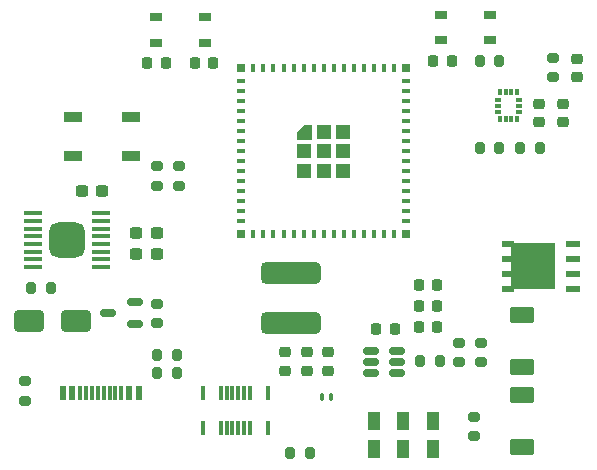
<source format=gbr>
%TF.GenerationSoftware,KiCad,Pcbnew,8.0.6*%
%TF.CreationDate,2024-12-20T17:35:19-08:00*%
%TF.ProjectId,roomba,726f6f6d-6261-42e6-9b69-6361645f7063,rev?*%
%TF.SameCoordinates,Original*%
%TF.FileFunction,Paste,Top*%
%TF.FilePolarity,Positive*%
%FSLAX46Y46*%
G04 Gerber Fmt 4.6, Leading zero omitted, Abs format (unit mm)*
G04 Created by KiCad (PCBNEW 8.0.6) date 2024-12-20 17:35:19*
%MOMM*%
%LPD*%
G01*
G04 APERTURE LIST*
G04 Aperture macros list*
%AMRoundRect*
0 Rectangle with rounded corners*
0 $1 Rounding radius*
0 $2 $3 $4 $5 $6 $7 $8 $9 X,Y pos of 4 corners*
0 Add a 4 corners polygon primitive as box body*
4,1,4,$2,$3,$4,$5,$6,$7,$8,$9,$2,$3,0*
0 Add four circle primitives for the rounded corners*
1,1,$1+$1,$2,$3*
1,1,$1+$1,$4,$5*
1,1,$1+$1,$6,$7*
1,1,$1+$1,$8,$9*
0 Add four rect primitives between the rounded corners*
20,1,$1+$1,$2,$3,$4,$5,0*
20,1,$1+$1,$4,$5,$6,$7,0*
20,1,$1+$1,$6,$7,$8,$9,0*
20,1,$1+$1,$8,$9,$2,$3,0*%
G04 Aperture macros list end*
%ADD10C,0.010000*%
%ADD11RoundRect,0.050000X0.100000X0.250000X-0.100000X0.250000X-0.100000X-0.250000X0.100000X-0.250000X0*%
%ADD12RoundRect,0.200000X0.200000X0.275000X-0.200000X0.275000X-0.200000X-0.275000X0.200000X-0.275000X0*%
%ADD13RoundRect,0.475000X2.075000X-0.475000X2.075000X0.475000X-2.075000X0.475000X-2.075000X-0.475000X0*%
%ADD14R,1.500000X0.450000*%
%ADD15RoundRect,0.750000X-0.750000X-0.750000X0.750000X-0.750000X0.750000X0.750000X-0.750000X0.750000X0*%
%ADD16RoundRect,0.150000X-0.512500X-0.150000X0.512500X-0.150000X0.512500X0.150000X-0.512500X0.150000X0*%
%ADD17R,1.000000X1.600000*%
%ADD18RoundRect,0.200000X-0.275000X0.200000X-0.275000X-0.200000X0.275000X-0.200000X0.275000X0.200000X0*%
%ADD19RoundRect,0.200000X0.275000X-0.200000X0.275000X0.200000X-0.275000X0.200000X-0.275000X-0.200000X0*%
%ADD20RoundRect,0.200000X-0.200000X-0.275000X0.200000X-0.275000X0.200000X0.275000X-0.200000X0.275000X0*%
%ADD21RoundRect,0.150000X0.512500X0.150000X-0.512500X0.150000X-0.512500X-0.150000X0.512500X-0.150000X0*%
%ADD22R,0.300000X1.150000*%
%ADD23R,0.600000X1.150000*%
%ADD24RoundRect,0.250000X-1.000000X-0.650000X1.000000X-0.650000X1.000000X0.650000X-1.000000X0.650000X0*%
%ADD25RoundRect,0.218750X0.256250X-0.218750X0.256250X0.218750X-0.256250X0.218750X-0.256250X-0.218750X0*%
%ADD26RoundRect,0.090000X-0.660000X-0.360000X0.660000X-0.360000X0.660000X0.360000X-0.660000X0.360000X0*%
%ADD27RoundRect,0.225000X-0.225000X-0.250000X0.225000X-0.250000X0.225000X0.250000X-0.225000X0.250000X0*%
%ADD28RoundRect,0.225000X0.250000X-0.225000X0.250000X0.225000X-0.250000X0.225000X-0.250000X-0.225000X0*%
%ADD29RoundRect,0.225000X-0.250000X0.225000X-0.250000X-0.225000X0.250000X-0.225000X0.250000X0.225000X0*%
%ADD30RoundRect,0.237500X-0.300000X-0.237500X0.300000X-0.237500X0.300000X0.237500X-0.300000X0.237500X0*%
%ADD31RoundRect,0.225000X0.225000X0.250000X-0.225000X0.250000X-0.225000X-0.250000X0.225000X-0.250000X0*%
%ADD32R,0.350000X0.610000*%
%ADD33R,0.610000X0.350000*%
%ADD34R,1.050000X0.650000*%
%ADD35R,0.800000X0.800000*%
%ADD36R,1.200000X1.200000*%
%ADD37R,0.400000X0.800000*%
%ADD38R,0.800000X0.400000*%
%ADD39R,1.020000X0.610000*%
%ADD40R,3.810000X3.910000*%
%ADD41R,1.270000X0.610000*%
%ADD42RoundRect,0.250000X0.800000X-0.450000X0.800000X0.450000X-0.800000X0.450000X-0.800000X-0.450000X0*%
%ADD43RoundRect,0.250000X-0.800000X0.450000X-0.800000X-0.450000X0.800000X-0.450000X0.800000X0.450000X0*%
G04 APERTURE END LIST*
D10*
%TO.C,MCU1*%
X150700000Y-98400000D02*
X149500000Y-98400000D01*
X149500000Y-97800000D01*
X150100000Y-97200000D01*
X150700000Y-97200000D01*
X150700000Y-98400000D01*
G36*
X150700000Y-98400000D02*
G01*
X149500000Y-98400000D01*
X149500000Y-97800000D01*
X150100000Y-97200000D01*
X150700000Y-97200000D01*
X150700000Y-98400000D01*
G37*
%TD*%
D11*
%TO.C,D5*%
X152350000Y-120250000D03*
X151650000Y-120250000D03*
%TD*%
D12*
%TO.C,R16*%
X161575000Y-117250000D03*
X159925000Y-117250000D03*
%TD*%
D13*
%TO.C,L1*%
X149000000Y-109800000D03*
X149000000Y-114000000D03*
%TD*%
D14*
%TO.C,U2*%
X127100000Y-104725000D03*
X127100000Y-105375000D03*
X127100000Y-106025000D03*
X127100000Y-106675000D03*
X127100000Y-107325000D03*
X127100000Y-107975000D03*
X127100000Y-108625000D03*
X127100000Y-109275000D03*
X132900000Y-109275000D03*
X132900000Y-108625000D03*
X132900000Y-107975000D03*
X132900000Y-107325000D03*
X132900000Y-106675000D03*
X132900000Y-106025000D03*
X132900000Y-105375000D03*
X132900000Y-104725000D03*
D15*
X130000000Y-107000000D03*
%TD*%
D16*
%TO.C,U1*%
X158000000Y-116350000D03*
X158000000Y-117300000D03*
X158000000Y-118250000D03*
X155725000Y-118250000D03*
X155725000Y-117300000D03*
X155725000Y-116350000D03*
%TD*%
D17*
%TO.C,SW3*%
X161000000Y-124700000D03*
X161000000Y-122300000D03*
X158500000Y-124700000D03*
X158500000Y-122300000D03*
X156000000Y-124700000D03*
X156000000Y-122300000D03*
%TD*%
D18*
%TO.C,R15*%
X164500000Y-123575000D03*
X164500000Y-121925000D03*
%TD*%
%TO.C,R14*%
X139510000Y-100750000D03*
X139510000Y-102400000D03*
%TD*%
D19*
%TO.C,R13*%
X137600000Y-100750000D03*
X137600000Y-102400000D03*
%TD*%
D20*
%TO.C,R12*%
X170025000Y-99200000D03*
X168375000Y-99200000D03*
%TD*%
D12*
%TO.C,R11*%
X166625000Y-99200000D03*
X164975000Y-99200000D03*
%TD*%
D19*
%TO.C,R10*%
X165030000Y-115675000D03*
X165030000Y-117325000D03*
%TD*%
D18*
%TO.C,R9*%
X126500000Y-120575000D03*
X126500000Y-118925000D03*
%TD*%
D20*
%TO.C,R8*%
X139325000Y-116750000D03*
X137675000Y-116750000D03*
%TD*%
D19*
%TO.C,R7*%
X137600000Y-114025000D03*
X137600000Y-112375000D03*
%TD*%
D18*
%TO.C,R6*%
X163250000Y-117325000D03*
X163250000Y-115675000D03*
%TD*%
D20*
%TO.C,R5*%
X126975000Y-111000000D03*
X128625000Y-111000000D03*
%TD*%
D19*
%TO.C,R3*%
X171200000Y-91550000D03*
X171200000Y-93200000D03*
%TD*%
D20*
%TO.C,R2*%
X150575000Y-125010750D03*
X148925000Y-125010750D03*
%TD*%
D12*
%TO.C,R1*%
X137675000Y-118250000D03*
X139325000Y-118250000D03*
%TD*%
D21*
%TO.C,Q1*%
X135800000Y-114100000D03*
X135800000Y-112200000D03*
X133525000Y-113150000D03*
%TD*%
D22*
%TO.C,J4*%
X141525000Y-122895750D03*
X143025000Y-122895750D03*
X143525000Y-122895750D03*
X144025000Y-122895750D03*
X144525000Y-122895750D03*
X145025000Y-122895750D03*
X145525000Y-122895750D03*
X147025000Y-122895750D03*
X147025000Y-119925750D03*
X145525000Y-119925750D03*
X145025000Y-119925750D03*
X144525000Y-119925750D03*
X144025000Y-119925750D03*
X143525000Y-119925750D03*
X143025000Y-119925750D03*
X141525000Y-119925750D03*
%TD*%
%TO.C,J1*%
X131125000Y-119918250D03*
X132125000Y-119918250D03*
X133625000Y-119918250D03*
X134625000Y-119918250D03*
D23*
X135275000Y-119918250D03*
X136075000Y-119918250D03*
D22*
X134125000Y-119918250D03*
X133125000Y-119918250D03*
X132625000Y-119918250D03*
X131625000Y-119918250D03*
D23*
X130475000Y-119918250D03*
X129675000Y-119918250D03*
%TD*%
D24*
%TO.C,D10*%
X126800000Y-113800000D03*
X130800000Y-113800000D03*
%TD*%
D25*
%TO.C,D9*%
X173200000Y-93200000D03*
X173200000Y-91625000D03*
%TD*%
D26*
%TO.C,D3*%
X135450000Y-96550000D03*
X135450000Y-99850000D03*
X130550000Y-99850000D03*
X130550000Y-96550000D03*
%TD*%
D27*
%TO.C,C15*%
X159802500Y-110751750D03*
X161352500Y-110751750D03*
%TD*%
%TO.C,C14*%
X159837500Y-114351750D03*
X161387500Y-114351750D03*
%TD*%
D28*
%TO.C,C13*%
X152100000Y-118025000D03*
X152100000Y-116475000D03*
%TD*%
D29*
%TO.C,C12*%
X170000000Y-95425000D03*
X170000000Y-96975000D03*
%TD*%
%TO.C,C11*%
X172000000Y-95425000D03*
X172000000Y-96975000D03*
%TD*%
D28*
%TO.C,C10*%
X150300000Y-118025000D03*
X150300000Y-116475000D03*
%TD*%
D27*
%TO.C,C9*%
X159802500Y-112571750D03*
X161352500Y-112571750D03*
%TD*%
D28*
%TO.C,C8*%
X148500000Y-118025000D03*
X148500000Y-116475000D03*
%TD*%
D30*
%TO.C,C7*%
X135875000Y-106400000D03*
X137600000Y-106400000D03*
%TD*%
%TO.C,C6*%
X135875000Y-108200000D03*
X137600000Y-108200000D03*
%TD*%
D31*
%TO.C,C5*%
X156200000Y-114500000D03*
X157750000Y-114500000D03*
%TD*%
D30*
%TO.C,C4*%
X131275000Y-102800000D03*
X133000000Y-102800000D03*
%TD*%
D31*
%TO.C,C3*%
X136825000Y-92000000D03*
X138375000Y-92000000D03*
%TD*%
D32*
%TO.C,Accelerometer1*%
X166650000Y-96760000D03*
X167150000Y-96760000D03*
X167650000Y-96760000D03*
X168150000Y-96760000D03*
D33*
X168310000Y-96100000D03*
X168310000Y-95600000D03*
X168310000Y-95100000D03*
D32*
X168150000Y-94440000D03*
X167650000Y-94440000D03*
X167150000Y-94440000D03*
X166650000Y-94440000D03*
D33*
X166490000Y-95100000D03*
X166490000Y-95600000D03*
X166490000Y-96100000D03*
%TD*%
D20*
%TO.C,R4*%
X164975000Y-91800000D03*
X166625000Y-91800000D03*
%TD*%
D34*
%TO.C,SW1*%
X161725000Y-87925000D03*
X165875000Y-87925000D03*
X161725000Y-90075000D03*
X165875000Y-90075000D03*
%TD*%
%TO.C,SW2*%
X141675000Y-90275000D03*
X137525000Y-90275000D03*
X141675000Y-88125000D03*
X137525000Y-88125000D03*
%TD*%
D35*
%TO.C,MCU1*%
X158750000Y-92450000D03*
X158750000Y-106450000D03*
X144750000Y-106450000D03*
X144750000Y-92450000D03*
D36*
X150100000Y-99450000D03*
X150100000Y-101100000D03*
X151750000Y-101100000D03*
X153400000Y-101100000D03*
X153400000Y-99450000D03*
X153400000Y-97800000D03*
X151750000Y-97800000D03*
X151750000Y-99450000D03*
D37*
X145800000Y-92450000D03*
X146650000Y-92450000D03*
X147500000Y-92450000D03*
X148350000Y-92450000D03*
X149200000Y-92450000D03*
X150050000Y-92450000D03*
X150900000Y-92450000D03*
X151750000Y-92450000D03*
X152600000Y-92450000D03*
X153450000Y-92450000D03*
X154300000Y-92450000D03*
X155150000Y-92450000D03*
X156000000Y-92450000D03*
X156850000Y-92450000D03*
X157700000Y-92450000D03*
D38*
X158750000Y-93500000D03*
X158750000Y-94350000D03*
X158750000Y-95200000D03*
X158750000Y-96050000D03*
X158750000Y-96900000D03*
X158750000Y-97750000D03*
X158750000Y-98600000D03*
X158750000Y-99450000D03*
X158750000Y-100300000D03*
X158750000Y-101150000D03*
X158750000Y-102000000D03*
X158750000Y-102850000D03*
X158750000Y-103700000D03*
X158750000Y-104550000D03*
X158750000Y-105400000D03*
D37*
X157700000Y-106450000D03*
X156850000Y-106450000D03*
X156000000Y-106450000D03*
X155150000Y-106450000D03*
X154300000Y-106450000D03*
X153450000Y-106450000D03*
X152600000Y-106450000D03*
X151750000Y-106450000D03*
X150900000Y-106450000D03*
X150050000Y-106450000D03*
X149200000Y-106450000D03*
X148350000Y-106450000D03*
X147500000Y-106450000D03*
X146650000Y-106450000D03*
X145800000Y-106450000D03*
D38*
X144750000Y-105400000D03*
X144750000Y-104550000D03*
X144750000Y-103700000D03*
X144750000Y-102850000D03*
X144750000Y-102000000D03*
X144750000Y-101150000D03*
X144750000Y-100300000D03*
X144750000Y-99450000D03*
X144750000Y-98600000D03*
X144750000Y-97750000D03*
X144750000Y-96900000D03*
X144750000Y-96050000D03*
X144750000Y-95200000D03*
X144750000Y-94350000D03*
X144750000Y-93500000D03*
%TD*%
D27*
%TO.C,C1*%
X162575000Y-91800000D03*
X161025000Y-91800000D03*
%TD*%
%TO.C,C2*%
X142375000Y-92000000D03*
X140825000Y-92000000D03*
%TD*%
D39*
%TO.C,Q9*%
X167395000Y-107285000D03*
X167395000Y-108555000D03*
X167395000Y-109825000D03*
X167395000Y-111095000D03*
D40*
X169500000Y-109190000D03*
D41*
X172860000Y-107285000D03*
X172860000Y-108555000D03*
X172860000Y-109825000D03*
X172860000Y-111095000D03*
%TD*%
D42*
%TO.C,D2*%
X168500000Y-117750000D03*
X168500000Y-113350000D03*
%TD*%
D43*
%TO.C,D1*%
X168500000Y-120100000D03*
X168500000Y-124500000D03*
%TD*%
M02*

</source>
